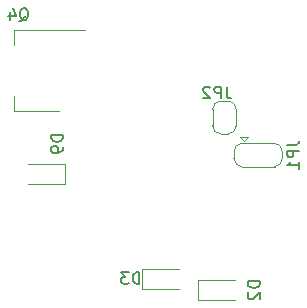
<source format=gbo>
%TF.GenerationSoftware,KiCad,Pcbnew,6.0.8+dfsg-1*%
%TF.CreationDate,2022-10-17T05:11:54+01:00*%
%TF.ProjectId,CapInrushLimBB-rounded,43617049-6e72-4757-9368-4c696d42422d,rev?*%
%TF.SameCoordinates,Original*%
%TF.FileFunction,Legend,Bot*%
%TF.FilePolarity,Positive*%
%FSLAX46Y46*%
G04 Gerber Fmt 4.6, Leading zero omitted, Abs format (unit mm)*
G04 Created by KiCad (PCBNEW 6.0.8+dfsg-1) date 2022-10-17 05:11:54*
%MOMM*%
%LPD*%
G01*
G04 APERTURE LIST*
G04 Aperture macros list*
%AMRotRect*
0 Rectangle, with rotation*
0 The origin of the aperture is its center*
0 $1 length*
0 $2 width*
0 $3 Rotation angle, in degrees counterclockwise*
0 Add horizontal line*
21,1,$1,$2,0,0,$3*%
%AMFreePoly0*
4,1,22,0.500000,-0.750000,0.000000,-0.750000,0.000000,-0.745033,-0.079941,-0.743568,-0.215256,-0.701293,-0.333266,-0.622738,-0.424486,-0.514219,-0.481581,-0.384460,-0.499164,-0.250000,-0.500000,-0.250000,-0.500000,0.250000,-0.499164,0.250000,-0.499963,0.256109,-0.478152,0.396186,-0.417904,0.524511,-0.324060,0.630769,-0.204165,0.706417,-0.067858,0.745374,0.000000,0.744959,0.000000,0.750000,
0.500000,0.750000,0.500000,-0.750000,0.500000,-0.750000,$1*%
%AMFreePoly1*
4,1,20,0.000000,0.744959,0.073905,0.744508,0.209726,0.703889,0.328688,0.626782,0.421226,0.519385,0.479903,0.390333,0.500000,0.250000,0.500000,-0.250000,0.499851,-0.262216,0.476331,-0.402017,0.414519,-0.529596,0.319384,-0.634700,0.198574,-0.708877,0.061801,-0.746166,0.000000,-0.745033,0.000000,-0.750000,-0.500000,-0.750000,-0.500000,0.750000,0.000000,0.750000,0.000000,0.744959,
0.000000,0.744959,$1*%
%AMFreePoly2*
4,1,22,0.550000,-0.750000,0.000000,-0.750000,0.000000,-0.745033,-0.079941,-0.743568,-0.215256,-0.701293,-0.333266,-0.622738,-0.424486,-0.514219,-0.481581,-0.384460,-0.499164,-0.250000,-0.500000,-0.250000,-0.500000,0.250000,-0.499164,0.250000,-0.499963,0.256109,-0.478152,0.396186,-0.417904,0.524511,-0.324060,0.630769,-0.204165,0.706417,-0.067858,0.745374,0.000000,0.744959,0.000000,0.750000,
0.550000,0.750000,0.550000,-0.750000,0.550000,-0.750000,$1*%
%AMFreePoly3*
4,1,20,0.000000,0.744959,0.073905,0.744508,0.209726,0.703889,0.328688,0.626782,0.421226,0.519385,0.479903,0.390333,0.500000,0.250000,0.500000,-0.250000,0.499851,-0.262216,0.476331,-0.402017,0.414519,-0.529596,0.319384,-0.634700,0.198574,-0.708877,0.061801,-0.746166,0.000000,-0.745033,0.000000,-0.750000,-0.550000,-0.750000,-0.550000,0.750000,0.000000,0.750000,0.000000,0.744959,
0.000000,0.744959,$1*%
G04 Aperture macros list end*
%ADD10C,0.150000*%
%ADD11C,0.120000*%
%ADD12C,2.550000*%
%ADD13C,1.955000*%
%ADD14C,2.250000*%
%ADD15C,2.050000*%
%ADD16C,0.659600*%
%ADD17R,2.500000X2.500000*%
%ADD18O,2.500000X2.500000*%
%ADD19RotRect,1.600000X1.600000X315.000000*%
%ADD20C,1.600000*%
%ADD21R,1.600000X1.600000*%
%ADD22O,1.600000X1.600000*%
%ADD23C,1.440000*%
%ADD24C,1.500000*%
%ADD25R,1.905000X2.000000*%
%ADD26O,1.905000X2.000000*%
%ADD27R,3.960000X1.980000*%
%ADD28O,3.960000X1.980000*%
%ADD29C,3.200000*%
%ADD30R,2.000000X1.905000*%
%ADD31O,2.000000X1.905000*%
%ADD32R,2.200000X2.200000*%
%ADD33O,2.200000X2.200000*%
%ADD34FreePoly0,270.000000*%
%ADD35FreePoly1,270.000000*%
%ADD36R,1.000000X1.000000*%
%ADD37FreePoly2,0.000000*%
%ADD38R,1.000000X1.500000*%
%ADD39FreePoly3,0.000000*%
%ADD40R,2.000000X1.500000*%
%ADD41R,2.000000X3.800000*%
G04 APERTURE END LIST*
D10*
X249756398Y-138993630D02*
X249756398Y-139707916D01*
X249804017Y-139850773D01*
X249899255Y-139946011D01*
X250042112Y-139993630D01*
X250137350Y-139993630D01*
X249280207Y-139993630D02*
X249280207Y-138993630D01*
X248899255Y-138993630D01*
X248804017Y-139041250D01*
X248756398Y-139088869D01*
X248708779Y-139184107D01*
X248708779Y-139326964D01*
X248756398Y-139422202D01*
X248804017Y-139469821D01*
X248899255Y-139517440D01*
X249280207Y-139517440D01*
X248327826Y-139088869D02*
X248280207Y-139041250D01*
X248184969Y-138993630D01*
X247946874Y-138993630D01*
X247851636Y-139041250D01*
X247804017Y-139088869D01*
X247756398Y-139184107D01*
X247756398Y-139279345D01*
X247804017Y-139422202D01*
X248375445Y-139993630D01*
X247756398Y-139993630D01*
X252547380Y-155471904D02*
X251547380Y-155471904D01*
X251547380Y-155710000D01*
X251595000Y-155852857D01*
X251690238Y-155948095D01*
X251785476Y-155995714D01*
X251975952Y-156043333D01*
X252118809Y-156043333D01*
X252309285Y-155995714D01*
X252404523Y-155948095D01*
X252499761Y-155852857D01*
X252547380Y-155710000D01*
X252547380Y-155471904D01*
X251642619Y-156424285D02*
X251595000Y-156471904D01*
X251547380Y-156567142D01*
X251547380Y-156805238D01*
X251595000Y-156900476D01*
X251642619Y-156948095D01*
X251737857Y-156995714D01*
X251833095Y-156995714D01*
X251975952Y-156948095D01*
X252547380Y-156376666D01*
X252547380Y-156995714D01*
X254884195Y-143946666D02*
X255598481Y-143946666D01*
X255741338Y-143899047D01*
X255836576Y-143803809D01*
X255884195Y-143660952D01*
X255884195Y-143565714D01*
X255884195Y-144422857D02*
X254884195Y-144422857D01*
X254884195Y-144803809D01*
X254931815Y-144899047D01*
X254979434Y-144946666D01*
X255074672Y-144994285D01*
X255217529Y-144994285D01*
X255312767Y-144946666D01*
X255360386Y-144899047D01*
X255408005Y-144803809D01*
X255408005Y-144422857D01*
X255884195Y-145946666D02*
X255884195Y-145375238D01*
X255884195Y-145660952D02*
X254884195Y-145660952D01*
X255027053Y-145565714D01*
X255122291Y-145470476D01*
X255169910Y-145375238D01*
X232206758Y-133469235D02*
X232301996Y-133421616D01*
X232397234Y-133326377D01*
X232540091Y-133183520D01*
X232635329Y-133135901D01*
X232730567Y-133135901D01*
X232682948Y-133373996D02*
X232778186Y-133326377D01*
X232873424Y-133231139D01*
X232921043Y-133040663D01*
X232921043Y-132707330D01*
X232873424Y-132516854D01*
X232778186Y-132421616D01*
X232682948Y-132373996D01*
X232492472Y-132373996D01*
X232397234Y-132421616D01*
X232301996Y-132516854D01*
X232254377Y-132707330D01*
X232254377Y-133040663D01*
X232301996Y-133231139D01*
X232397234Y-133326377D01*
X232492472Y-133373996D01*
X232682948Y-133373996D01*
X231397234Y-132707330D02*
X231397234Y-133373996D01*
X231635329Y-132326377D02*
X231873424Y-133040663D01*
X231254377Y-133040663D01*
X242355595Y-155709880D02*
X242355595Y-154709880D01*
X242117500Y-154709880D01*
X241974642Y-154757500D01*
X241879404Y-154852738D01*
X241831785Y-154947976D01*
X241784166Y-155138452D01*
X241784166Y-155281309D01*
X241831785Y-155471785D01*
X241879404Y-155567023D01*
X241974642Y-155662261D01*
X242117500Y-155709880D01*
X242355595Y-155709880D01*
X241450833Y-154709880D02*
X240831785Y-154709880D01*
X241165119Y-155090833D01*
X241022261Y-155090833D01*
X240927023Y-155138452D01*
X240879404Y-155186071D01*
X240831785Y-155281309D01*
X240831785Y-155519404D01*
X240879404Y-155614642D01*
X240927023Y-155662261D01*
X241022261Y-155709880D01*
X241307976Y-155709880D01*
X241403214Y-155662261D01*
X241450833Y-155614642D01*
X235881695Y-143089404D02*
X234881695Y-143089404D01*
X234881695Y-143327500D01*
X234929315Y-143470357D01*
X235024553Y-143565595D01*
X235119791Y-143613214D01*
X235310267Y-143660833D01*
X235453124Y-143660833D01*
X235643600Y-143613214D01*
X235738838Y-143565595D01*
X235834076Y-143470357D01*
X235881695Y-143327500D01*
X235881695Y-143089404D01*
X235881695Y-144137023D02*
X235881695Y-144327500D01*
X235834076Y-144422738D01*
X235786457Y-144470357D01*
X235643600Y-144565595D01*
X235453124Y-144613214D01*
X235072172Y-144613214D01*
X234976934Y-144565595D01*
X234929315Y-144517976D01*
X234881695Y-144422738D01*
X234881695Y-144232261D01*
X234929315Y-144137023D01*
X234976934Y-144089404D01*
X235072172Y-144041785D01*
X235310267Y-144041785D01*
X235405505Y-144089404D01*
X235453124Y-144137023D01*
X235500743Y-144232261D01*
X235500743Y-144422738D01*
X235453124Y-144517976D01*
X235405505Y-144565595D01*
X235310267Y-144613214D01*
D11*
X248558065Y-140905000D02*
X248558065Y-142305000D01*
X249858065Y-140205000D02*
X249258065Y-140205000D01*
X249258065Y-143005000D02*
X249858065Y-143005000D01*
X250558065Y-142305000D02*
X250558065Y-140905000D01*
X248558065Y-142305000D02*
G75*
G03*
X249258065Y-143005000I700000J0D01*
G01*
X249258065Y-140205000D02*
G75*
G03*
X248558065Y-140905000I-1J-699999D01*
G01*
X249858065Y-143005000D02*
G75*
G03*
X250558065Y-142305000I0J700000D01*
G01*
X250558065Y-140905000D02*
G75*
G03*
X249858065Y-140205000I-699999J1D01*
G01*
X247337500Y-157060000D02*
X250487500Y-157060000D01*
X247337500Y-155360000D02*
X250487500Y-155360000D01*
X247337500Y-157060000D02*
X247337500Y-155360000D01*
X250365565Y-144480000D02*
X250365565Y-145080000D01*
X254465565Y-145080000D02*
X254465565Y-144480000D01*
X253815565Y-143780000D02*
X251015565Y-143780000D01*
X251215565Y-143580000D02*
X251515565Y-143280000D01*
X251215565Y-143580000D02*
X250915565Y-143280000D01*
X250915565Y-143280000D02*
X251515565Y-143280000D01*
X251015565Y-145780000D02*
X253815565Y-145780000D01*
X250365565Y-145080000D02*
G75*
G03*
X251065565Y-145780000I699999J-1D01*
G01*
X253765565Y-145780000D02*
G75*
G03*
X254465565Y-145080000I0J700000D01*
G01*
X254465565Y-144480000D02*
G75*
G03*
X253765565Y-143780000I-700000J0D01*
G01*
X251065565Y-143780000D02*
G75*
G03*
X250365565Y-144480000I-1J-699999D01*
G01*
X231773065Y-134226250D02*
X231773065Y-135486250D01*
X231773065Y-141046250D02*
X231773065Y-139786250D01*
X237783065Y-134226250D02*
X231773065Y-134226250D01*
X235533065Y-141046250D02*
X231773065Y-141046250D01*
X242575000Y-156107500D02*
X242575000Y-154407500D01*
X242575000Y-154407500D02*
X245725000Y-154407500D01*
X242575000Y-156107500D02*
X245725000Y-156107500D01*
X236059315Y-147217500D02*
X232909315Y-147217500D01*
X236059315Y-145517500D02*
X232909315Y-145517500D01*
X236059315Y-145517500D02*
X236059315Y-147217500D01*
%LPC*%
D12*
X216112511Y-142277072D02*
G75*
G03*
X217244657Y-145010342I3865389J-28D01*
G01*
X217456451Y-145222134D02*
G75*
G03*
X219678407Y-146142500I2221949J2221934D01*
G01*
X217192163Y-134759663D02*
G75*
G03*
X216112500Y-137366181I2606537J-2606537D01*
G01*
X219625907Y-133680013D02*
G75*
G03*
X217314326Y-134637487I-7J-3269087D01*
G01*
D13*
X220404725Y-138052760D02*
G75*
G03*
X219710000Y-139730000I1677275J-1677240D01*
G01*
D14*
X223376073Y-128679988D02*
G75*
G03*
X224637499Y-128157499I27J1783888D01*
G01*
X235774295Y-127766270D02*
G75*
G03*
X233924423Y-127000000I-1849895J-1849830D01*
G01*
X228930000Y-126999984D02*
G75*
G03*
X227146073Y-127738926I0J-2522816D01*
G01*
X225682492Y-129202492D02*
G75*
G03*
X225160000Y-130463926I1261408J-1261408D01*
G01*
D15*
X223568750Y-137160000D02*
G75*
G03*
X225160000Y-135568750I-50J1591300D01*
G01*
X224975024Y-140527524D02*
G75*
G03*
X225160701Y-140130636I-465224J459524D01*
G01*
X225136195Y-138464006D02*
G75*
G03*
X223568750Y-137160000I-1569395J-292394D01*
G01*
D14*
X225159989Y-130463926D02*
G75*
G03*
X224637500Y-129202500I-1783889J26D01*
G01*
X224637500Y-129202500D02*
G75*
G03*
X225682500Y-129202500I522500J522502D01*
G01*
X226840000Y-126999984D02*
G75*
G03*
X225056073Y-127738926I0J-2522816D01*
G01*
D15*
X222420032Y-137160012D02*
G75*
G03*
X220503749Y-137953749I-32J-2709988D01*
G01*
D14*
X224637500Y-128157500D02*
G75*
G03*
X224637500Y-129202500I522500J-522500D01*
G01*
X227146130Y-127738983D02*
G75*
G03*
X226840000Y-127000000I-306130J306083D01*
G01*
X224637508Y-129202492D02*
G75*
G03*
X223376073Y-128680000I-1261408J-1261408D01*
G01*
X220192600Y-151231586D02*
G75*
G03*
X223348809Y-149924255I0J4463586D01*
G01*
D13*
X221141842Y-153828750D02*
G75*
G03*
X220104595Y-151324681I-3541342J-50D01*
G01*
X222196975Y-151281300D02*
G75*
G03*
X221141815Y-153828750I2547425J-2547400D01*
G01*
D14*
X221555282Y-151142474D02*
G75*
G03*
X222537351Y-150735713I18J1388874D01*
G01*
D12*
X219678407Y-146142500D02*
X220980000Y-146142500D01*
X217244657Y-145010342D02*
X217456450Y-145222135D01*
X217314326Y-134637487D02*
X217192157Y-134759657D01*
X219625907Y-133680000D02*
X220980000Y-133680000D01*
X216112500Y-142277072D02*
X216112500Y-137366181D01*
D14*
X235774315Y-127766250D02*
X236540565Y-128532500D01*
X225160000Y-135568750D02*
X225160000Y-130463926D01*
D13*
X220503749Y-137953749D02*
X220404732Y-138052767D01*
X219710000Y-139730000D02*
X219710000Y-140712500D01*
D15*
X225136257Y-139993757D02*
X225160000Y-140017500D01*
X222420032Y-137160000D02*
X223568750Y-137160000D01*
D14*
X226840000Y-127000000D02*
X228930000Y-127000000D01*
X223376073Y-128680000D02*
X220980000Y-128680000D01*
X225160000Y-135568750D02*
X225160000Y-140017500D01*
X228930000Y-127000000D02*
X233924423Y-127000000D01*
D15*
X225136257Y-138463995D02*
X225136257Y-139993757D01*
D14*
X227146073Y-127738926D02*
X225682500Y-129202500D01*
D15*
X225160701Y-140018201D02*
X225160701Y-140130636D01*
X225160000Y-140017500D02*
X225160701Y-140018201D01*
D14*
X224637499Y-128157499D02*
X225056073Y-127738926D01*
X224965132Y-148307932D02*
X223348809Y-149924255D01*
D16*
X231000565Y-143192500D02*
X230540565Y-142732500D01*
D13*
X220104595Y-151324681D02*
X219973415Y-151193500D01*
X221141815Y-156933900D02*
X221141815Y-153828750D01*
D14*
X222537351Y-150735713D02*
X224965132Y-148307932D01*
D13*
X222196995Y-151281320D02*
X224647015Y-148831300D01*
X221141815Y-153828750D02*
X221141815Y-151130000D01*
D14*
X224965132Y-148307932D02*
X230540565Y-142732500D01*
X221555282Y-151142500D02*
X220980000Y-151142500D01*
D17*
X236540565Y-128532500D03*
D18*
X230540565Y-130532500D03*
X230540565Y-142732500D03*
X242540565Y-130532500D03*
D19*
X247721682Y-145371323D03*
D20*
X249489449Y-147139090D03*
D21*
X236537500Y-150177500D03*
D22*
X236537500Y-152717500D03*
D20*
X247811815Y-151288750D03*
D22*
X250351815Y-151288750D03*
D23*
X240665000Y-157480000D03*
X243205000Y-157480000D03*
X245745000Y-157480000D03*
D24*
X247176816Y-127518750D03*
X248764316Y-129106250D03*
X250351816Y-127836250D03*
D25*
X219710000Y-140712500D03*
D26*
X222250000Y-140712500D03*
X224790000Y-140712500D03*
D21*
X233368630Y-150812500D03*
D22*
X229558630Y-150812500D03*
D24*
X239712500Y-153352500D03*
X241300000Y-151765000D03*
X240030000Y-150177500D03*
D20*
X244475000Y-150495000D03*
D22*
X244475000Y-153035000D03*
D19*
X230256117Y-155394733D03*
D20*
X232023884Y-157162500D03*
X254638065Y-142240000D03*
D22*
X252098065Y-142240000D03*
D27*
X220980000Y-146142500D03*
D28*
X220980000Y-151142500D03*
D29*
X259083065Y-155575000D03*
D21*
X251304315Y-139223750D03*
D22*
X255114315Y-139223750D03*
D20*
X250507500Y-153987500D03*
X250507500Y-158987500D03*
D30*
X254000000Y-128270000D03*
D31*
X254000000Y-130810000D03*
X254000000Y-133350000D03*
D27*
X220980000Y-128680000D03*
D28*
X220980000Y-133680000D03*
D20*
X246859315Y-140970000D03*
D22*
X246859315Y-138430000D03*
D32*
X246859315Y-135890000D03*
D33*
X246859315Y-133350000D03*
D20*
X254161815Y-147068750D03*
D22*
X254161815Y-149608750D03*
D20*
X236220000Y-157572500D03*
D22*
X236220000Y-155032500D03*
D29*
X210820000Y-140176250D03*
D20*
X250510565Y-136643750D03*
X250510565Y-131643750D03*
D25*
X223681815Y-156933900D03*
D26*
X221141815Y-156933900D03*
X218601815Y-156933900D03*
D34*
X249558065Y-140955000D03*
D35*
X249558065Y-142255000D03*
D36*
X247987500Y-156210000D03*
X250487500Y-156210000D03*
D37*
X251115565Y-144780000D03*
D38*
X252415565Y-144780000D03*
D39*
X253715565Y-144780000D03*
D40*
X236833065Y-135336250D03*
X236833065Y-137636250D03*
X236833065Y-139936250D03*
D41*
X230533065Y-137636250D03*
D36*
X243225000Y-155257500D03*
X245725000Y-155257500D03*
X235409315Y-146367500D03*
X232909315Y-146367500D03*
M02*

</source>
